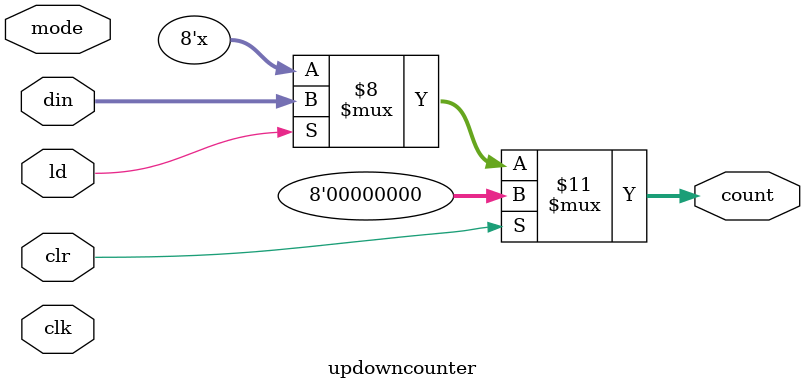
<source format=v>
module updowncounter(din,ld,clk,mode,clr,count);

input ld,clr,clk,mode;
input [0:7]din;
output reg [0:7]count;

always @(*)
 begin
 if(clr) count<=0;
 else if(ld) count<=din;
 else if(mode) count<= count + 1;
 else count<= count -1;
 end
 endmodule 
 

</source>
